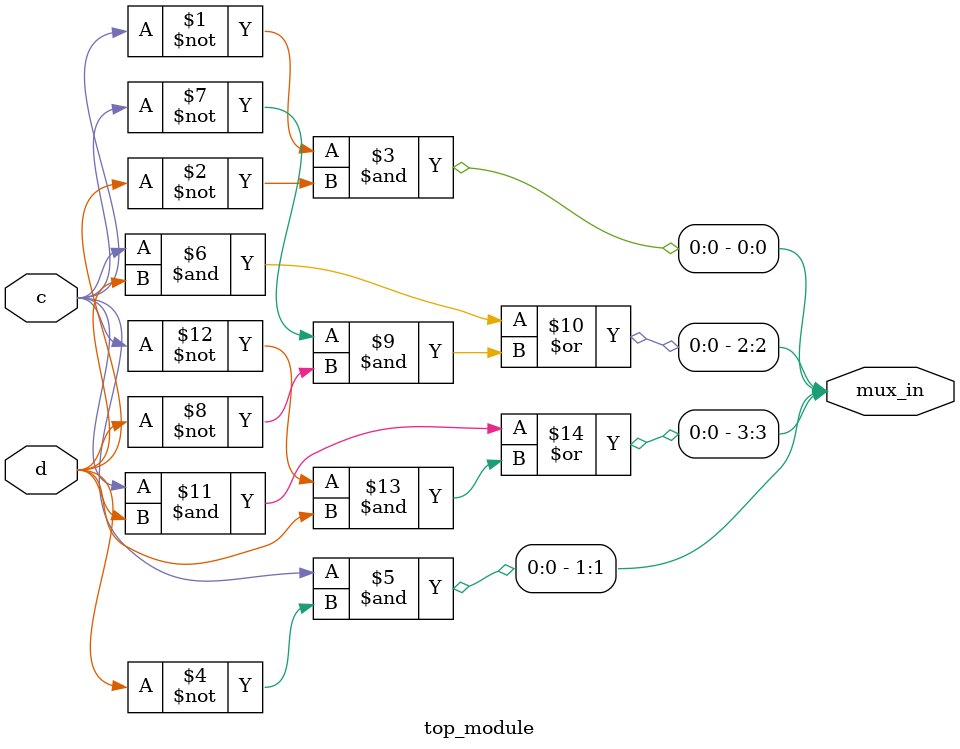
<source format=sv>
module top_module (
    input c,
    input d,
    output [3:0] mux_in
);

assign mux_in[0] = (~c & ~d);
assign mux_in[1] = (c & ~d);
assign mux_in[2] = (c & d) | (~c & ~d);
assign mux_in[3] = (c & d) | (~c & d);

endmodule

</source>
